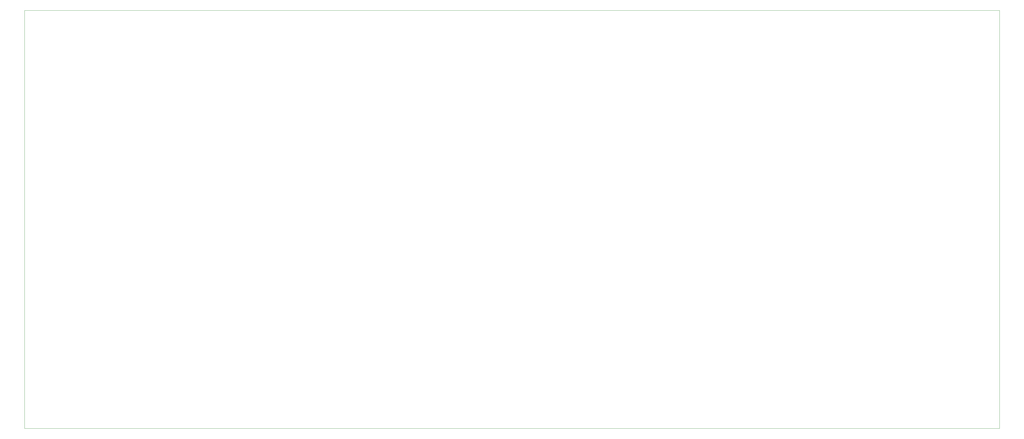
<source format=gbr>
%TF.GenerationSoftware,KiCad,Pcbnew,8.0.4*%
%TF.CreationDate,2024-09-14T21:21:30-04:00*%
%TF.ProjectId,mykeyboard2,6d796b65-7962-46f6-9172-64322e6b6963,rev?*%
%TF.SameCoordinates,Original*%
%TF.FileFunction,Profile,NP*%
%FSLAX46Y46*%
G04 Gerber Fmt 4.6, Leading zero omitted, Abs format (unit mm)*
G04 Created by KiCad (PCBNEW 8.0.4) date 2024-09-14 21:21:30*
%MOMM*%
%LPD*%
G01*
G04 APERTURE LIST*
%TA.AperFunction,Profile*%
%ADD10C,0.050000*%
%TD*%
G04 APERTURE END LIST*
D10*
X383675000Y-181950000D02*
X50075000Y-181950000D01*
X383675000Y-38750000D02*
X383675000Y-181950000D01*
X50075000Y-38750000D02*
X383675000Y-38750000D01*
X50075000Y-181950000D02*
X50075000Y-38750000D01*
M02*

</source>
